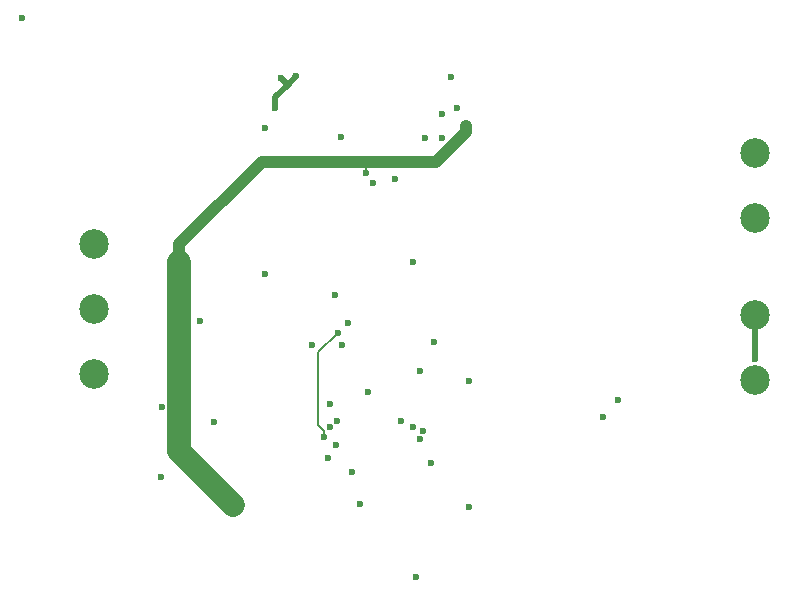
<source format=gbr>
%TF.GenerationSoftware,KiCad,Pcbnew,9.0.4-9.0.4-0~ubuntu24.04.1*%
%TF.CreationDate,2026-01-22T00:02:32-05:00*%
%TF.ProjectId,Mergung 1.18 TRACES,4d657267-756e-4672-9031-2e3138205452,rev?*%
%TF.SameCoordinates,Original*%
%TF.FileFunction,Copper,L4,Bot*%
%TF.FilePolarity,Positive*%
%FSLAX46Y46*%
G04 Gerber Fmt 4.6, Leading zero omitted, Abs format (unit mm)*
G04 Created by KiCad (PCBNEW 9.0.4-9.0.4-0~ubuntu24.04.1) date 2026-01-22 00:02:32*
%MOMM*%
%LPD*%
G01*
G04 APERTURE LIST*
%TA.AperFunction,ComponentPad*%
%ADD10C,2.500000*%
%TD*%
%TA.AperFunction,ViaPad*%
%ADD11C,0.600000*%
%TD*%
%TA.AperFunction,Conductor*%
%ADD12C,0.500000*%
%TD*%
%TA.AperFunction,Conductor*%
%ADD13C,1.000000*%
%TD*%
%TA.AperFunction,Conductor*%
%ADD14C,0.200000*%
%TD*%
%TA.AperFunction,Conductor*%
%ADD15C,2.000000*%
%TD*%
G04 APERTURE END LIST*
D10*
%TO.P,Con2,1,Pin_1*%
%TO.N,Net-(Con2-Pin_1)*%
X103000000Y-34250000D03*
%TO.P,Con2,2,Pin_2*%
%TO.N,GNDPWR*%
X103000000Y-39750000D03*
%TD*%
%TO.P,Con1,1,Pin_1*%
%TO.N,VCC*%
X47000000Y-42000000D03*
%TO.P,Con1,2,Pin_2*%
%TO.N,GNDPWR*%
X47000000Y-47500000D03*
%TO.P,Con1,3,Pin_3*%
%TO.N,GNDREF*%
X47000000Y-53000000D03*
%TD*%
%TO.P,Con3,1,Pin_1*%
%TO.N,Net-(Con3-Pin_1)*%
X103000000Y-48000000D03*
%TO.P,Con3,2,Pin_2*%
%TO.N,GNDPWR*%
X103000000Y-53500000D03*
%TD*%
D11*
%TO.N,Net-(M4-D)*%
X75571700Y-60500000D03*
X74259500Y-70200000D03*
%TO.N,GNDREF*%
X64123300Y-27779300D03*
X70653300Y-36795000D03*
X74585100Y-58504100D03*
X56000000Y-48500000D03*
X62835300Y-27902100D03*
X62334300Y-30500000D03*
X61500000Y-32153500D03*
X40943300Y-22840000D03*
X57206500Y-57035300D03*
X70201800Y-54537200D03*
%TO.N,GNDPWR*%
X67500000Y-59000000D03*
X67403900Y-46333000D03*
X91397700Y-55182600D03*
X65500000Y-50500000D03*
X90137500Y-56612500D03*
X52762600Y-55786200D03*
%TO.N,VCC*%
X68815350Y-61315350D03*
X58747300Y-64050000D03*
X54202500Y-43500000D03*
X70000000Y-36000000D03*
X78500000Y-32000000D03*
X73000000Y-57000000D03*
%TO.N,Net-(Con2-Pin_1)*%
X77208100Y-27839500D03*
%TO.N,Net-(Con3-Pin_1)*%
X75811300Y-50275000D03*
X102997400Y-51730000D03*
%TO.N,Net-(U2-VCC)*%
X52685400Y-61684300D03*
X66500000Y-58328700D03*
X67676800Y-49480000D03*
%TO.N,Net-(U1-PFM{slash}SYNC)*%
X67881800Y-32942400D03*
X76500000Y-33000000D03*
%TO.N,Net-(U2-PFM{slash}SYNC)*%
X74000000Y-57500000D03*
X67000000Y-57500000D03*
%TO.N,Net-(U1-ISNS+)*%
X74000000Y-43500000D03*
X76500000Y-31000000D03*
%TO.N,Net-(U2-ISNS+)*%
X78746800Y-64280000D03*
X78746800Y-53595600D03*
%TO.N,Net-(M1-G)*%
X72500000Y-36500000D03*
X77735300Y-30500000D03*
%TO.N,Net-(M4-G)*%
X69500000Y-64000000D03*
X66794800Y-60103200D03*
%TO.N,Net-(U2-FB)*%
X68000000Y-50500000D03*
X67592400Y-57000000D03*
%TO.N,Net-(U1-PG{slash}SYNCOUT)*%
X61500000Y-44500000D03*
X75000000Y-33000000D03*
%TO.N,Net-(U2-PG{slash}SYNCOUT)*%
X74900000Y-57851100D03*
X74593900Y-52774200D03*
%TO.N,Net-(U2-RT)*%
X67000000Y-55500000D03*
X68505000Y-48655900D03*
%TD*%
D12*
%TO.N,GNDREF*%
X64123300Y-27779300D02*
X63417900Y-28484700D01*
X62334300Y-29568300D02*
X62334300Y-30500000D01*
X63417900Y-28484700D02*
X62835300Y-27902100D01*
X63417900Y-28484700D02*
X62334300Y-29568300D01*
D13*
%TO.N,VCC*%
X54202500Y-42000000D02*
X61202500Y-35000000D01*
D14*
X70000000Y-35500000D02*
X69500000Y-35000000D01*
D13*
X78500000Y-32500000D02*
X78500000Y-32000000D01*
X61202500Y-35000000D02*
X69500000Y-35000000D01*
D14*
X70000000Y-36000000D02*
X70000000Y-35500000D01*
D13*
X76000000Y-35000000D02*
X78500000Y-32500000D01*
D15*
X54202500Y-59505200D02*
X58747300Y-64050000D01*
X54202500Y-43500000D02*
X54202500Y-59505200D01*
D13*
X54202500Y-43500000D02*
X54202500Y-42000000D01*
X69500000Y-35000000D02*
X76000000Y-35000000D01*
D12*
%TO.N,Net-(Con3-Pin_1)*%
X103000000Y-48000000D02*
X103000000Y-51727400D01*
X103000000Y-51727400D02*
X102997400Y-51730000D01*
D14*
%TO.N,Net-(U2-VCC)*%
X66500000Y-57837600D02*
X66000000Y-57337600D01*
X66000000Y-51156800D02*
X67676800Y-49480000D01*
X66000000Y-57337600D02*
X66000000Y-51156800D01*
X66500000Y-58328700D02*
X66500000Y-57837600D01*
%TD*%
M02*

</source>
